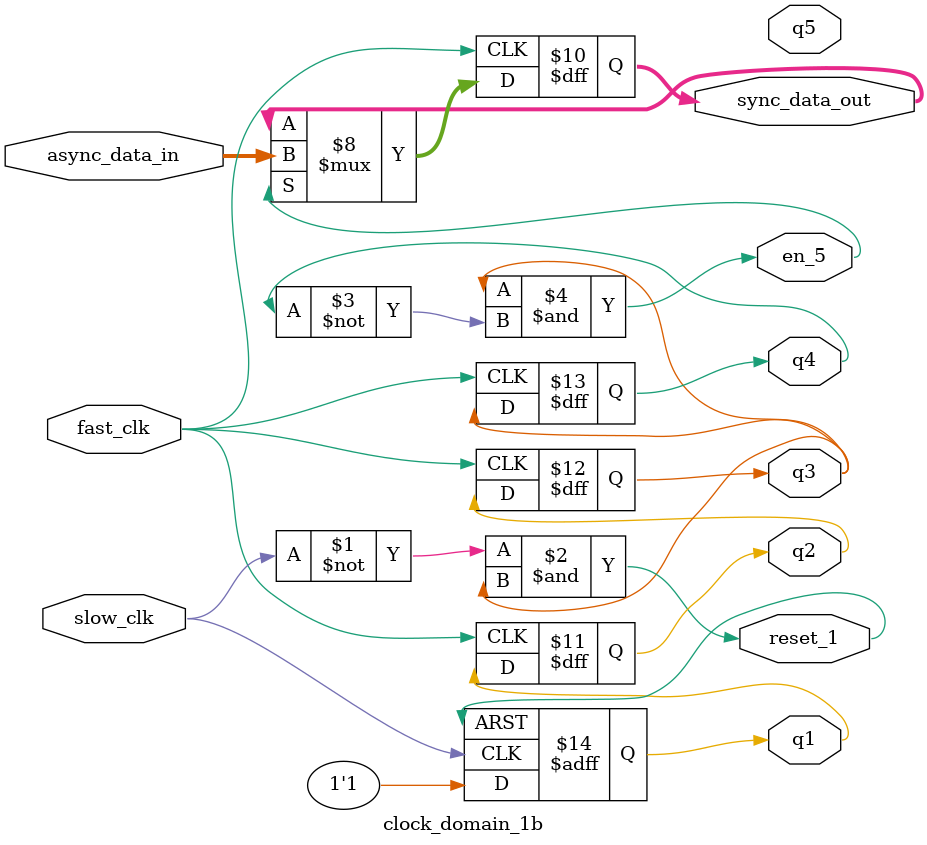
<source format=sv>
module clock_domain_1b 
						  #(	parameter width = 2	)
							(	input logic fast_clk,
								input logic slow_clk,
								input logic [width-1:0] async_data_in,
								output reg q1, q2, q3, q4, q5, 
								output logic en_5, reset_1,
								output logic [width-1:0] sync_data_out);

//reg q1, q2, q3, q4, q5;
//logic en_5;


assign reset_1 = ~slow_clk & q3;
assign en_5 = q3 & ~q4;

always_ff @(posedge slow_clk, posedge reset_1)
	if(reset_1) q1 <= 1'b0;
	else q1 <= 1'b1;	

always_ff @(posedge fast_clk)
begin
	q2 <= q1;
	q3 <= q2;
	q4 <= q3;
end

always_ff @(posedge fast_clk)
begin
	if(en_5) sync_data_out <= async_data_in;
end



endmodule
</source>
